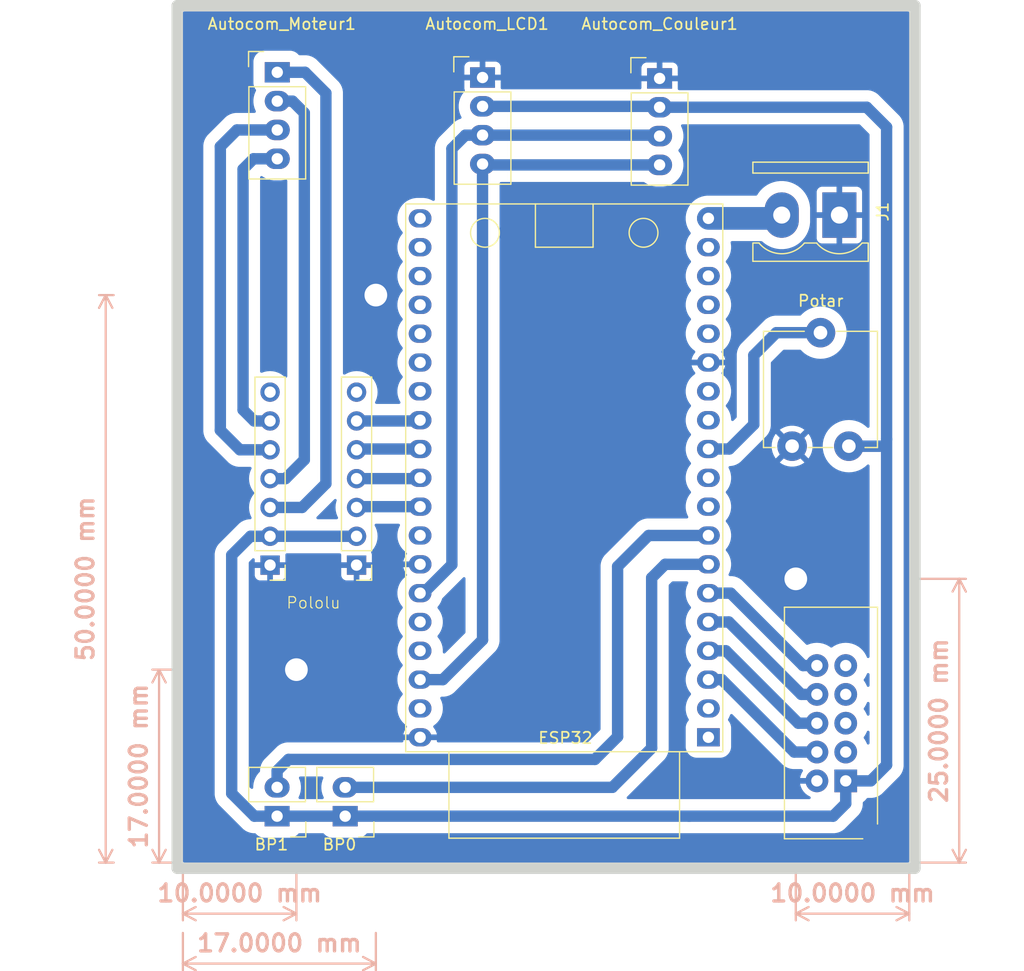
<source format=kicad_pcb>
(kicad_pcb (version 20240108) (generator "pcbnew") (generator_version "8.0")
  (layers (0 "F.Cu" signal) (31 "B.Cu" signal) (34 "B.Paste" user) (35 "F.Paste" user) (36 "B.SilkS" user "B.Silkscreen") (37 "F.SilkS" user "F.Silkscreen") (38 "B.Mask" user) (39 "F.Mask" user) (44 "Edge.Cuts" user))
  (net 0 "")
  (net 1 "Net-(Autocom_Couleur1-Pin_4)")
  (net 2 "Net-(Autocom_Couleur1-Pin_3)")
  (net 3 "3V3")
  (net 4 "GND")
  (net 5 "Net-(Autocom_Moteur1-Pin_4)")
  (net 6 "Net-(Autocom_Moteur1-Pin_1)")
  (net 7 "Net-(Autocom_Moteur1-Pin_3)")
  (net 8 "Net-(Autocom_Moteur1-Pin_2)")
  (net 10 "Net-(ESP32-GPIO27)")
  (net 13 "CNY GE")
  (net 18 "Net-(ESP32-5V)")
  (net 26 "CNY GI")
  (net 27 "CNY DI")
  (net 28 "Hacheur PWM G")
  (net 29 "CNY DE")
  (net 33 "Hacheur G")
  (net 34 "Hacheur PWM D")
  (net 36 "Hacheur D")
  (net 42 "Net-(BP0-Pin_2)")
  (net 46 "Net-(BP1-Pin_2)")
  (footprint "FootprintGamelGe2_v8.0:Autocom4" (layer "F.Cu") (at 121.1 28.03)
    (property "Reference" "Autocom_LCD1" (at 0.4 -4.72 0) (layer "F.SilkS"))
    (property "Value" "~")
    (fp_line (start -2.53 -1.83) (end -1.2 -1.83) (stroke (width 0.12)) (layer "F.SilkS"))
    (fp_line (start -2.53 -0.5) (end -2.53 -1.83) (stroke (width 0.12)) (layer "F.SilkS"))
    (fp_line (start -2.5 1.27) (end -2.5 9.4) (stroke (width 0.12)) (layer "F.SilkS"))
    (fp_line (start -2.5 1.27) (end 2.5 1.27) (stroke (width 0.12)) (layer "F.SilkS"))
    (fp_line (start -2.5 9.4) (end 2.5 9.4) (stroke (width 0.12)) (layer "F.SilkS"))
    (fp_line (start 2.5 1.3) (end 2.5 9.4) (stroke (width 0.12)) (layer "F.SilkS"))
    (pad "1" thru_hole rect (at 0 0) (size 2.2 1.8) (drill 1) (layers "*.Cu" "*.Mask") (net 4 "GND"))
    (pad "2" thru_hole oval (at 0 2.54) (size 2.2 1.8) (drill 1) (layers "*.Cu" "*.Mask") (net 3 "3V3"))
    (pad "3" thru_hole oval (at 0 5.08) (size 2.2 1.8) (drill 1) (layers "*.Cu" "*.Mask") (net 2 "Net-(Autocom_Couleur1-Pin_3)"))
    (pad "4" thru_hole oval (at 0 7.62) (size 2.2 1.8) (drill 1) (layers "*.Cu" "*.Mask") (net 1 "Net-(Autocom_Couleur1-Pin_4)"))
  )
  (footprint "FootprintGamelGe2_v8.0:OmnimateSL-5,08_1x02_P5.08mm_Vertical" (layer "F.Cu") (at 147.46 40.15)
    (property "Reference" "J1" (at 8.9 -0.3 90) (layer "F.SilkS"))
    (property "Value" "Alimentation")
    (fp_line (start -2.54 -4.664) (end 7.62 -4.664) (stroke (width 0.12)) (layer "F.SilkS"))
    (fp_line (start -2.54 -3.7) (end -2.54 -4.664) (stroke (width 0.12)) (layer "F.SilkS"))
    (fp_line (start -2.54 -3.7) (end 7.62 -3.7) (stroke (width 0.12)) (layer "F.SilkS"))
    (fp_line (start -2.54 4.072) (end -2.54 2.4972) (stroke (width 0.12)) (layer "F.SilkS"))
    (fp_line (start -2.54 4.072) (end 7.62 4.072) (stroke (width 0.12)) (layer "F.SilkS"))
    (fp_line (start -2 2.462) (end -2.54 2.462) (stroke (width 0.12)) (layer "F.SilkS"))
    (fp_line (start 2 2.462) (end 3.08 2.462) (stroke (width 0.12)) (layer "F.SilkS"))
    (fp_line (start 7.62 -3.7) (end 7.62 -4.664) (stroke (width 0.12)) (layer "F.SilkS"))
    (fp_line (start 7.62 2.462) (end 7.08 2.462) (stroke (width 0.12)) (layer "F.SilkS"))
    (fp_line (start 7.62 4.072) (end 7.62 2.4972) (stroke (width 0.12)) (layer "F.SilkS"))
    (fp_arc (start 1.986842 2.477821) (mid -0.010289 3.404758) (end -2 2.462) (stroke (width 0.12)) (layer "F.SilkS"))
    (fp_arc (start 7.066842 2.477821) (mid 5.069711 3.404758) (end 3.08 2.462) (stroke (width 0.12)) (layer "F.SilkS"))
    (pad "1" thru_hole rect (at 5.08 0) (size 3 4) (drill 1.5) (layers "*.Cu" "*.Mask") (net 4 "GND"))
    (pad "2" thru_hole oval (at 0 0) (size 3 4) (drill 1.5) (layers "*.Cu" "*.Mask") (net 18 "Net-(ESP32-5V)"))
  )
  (footprint "FootprintGamelGe2_v8.0:Potentiometer_ACP_CA9-V10_Vertical" (layer "F.Cu") (at 153.375 60.51 90)
    (property "Reference" "Potar" (at 12.8 -2.475 0) (layer "F.SilkS"))
    (property "Value" "Rpot" (hide yes))
    (fp_line (start 10.12 -7.521) (end 10.12 -3.925) (stroke (width 0.12)) (layer "F.SilkS"))
    (fp_line (start -0.12 -7.521) (end 10.12 -7.521) (stroke (width 0.12)) (layer "F.SilkS"))
    (fp_line (start -0.12 -7.521) (end -0.12 -6.426) (stroke (width 0.12)) (layer "F.SilkS"))
    (fp_line (start -0.12 -3.574) (end -0.12 -1.425) (stroke (width 0.12)) (layer "F.SilkS"))
    (fp_line (start 10.12 -1.075) (end 10.12 2.52) (stroke (width 0.12)) (layer "F.SilkS"))
    (fp_line (start -0.12 1.425) (end -0.12 2.52) (stroke (width 0.12)) (layer "F.SilkS"))
    (fp_line (start -0.12 2.52) (end 10.12 2.52) (stroke (width 0.12)) (layer "F.SilkS"))
    (pad "1" thru_hole circle (at 0 0 90) (size 2.6 2.6) (drill 1.2) (layers "*.Cu" "*.Mask") (net 3 "3V3"))
    (pad "2" thru_hole circle (at 10 -2.5 90) (size 2.6 2.6) (drill 1.2) (layers "*.Cu" "*.Mask") (net 10 "Net-(ESP32-GPIO27)"))
    (pad "3" thru_hole circle (at 0 -5 90) (size 2.6 2.6) (drill 1.2) (layers "*.Cu" "*.Mask") (net 4 "GND"))
  )
  (footprint "FootprintGamelGe2_v8.0:Autocom4" (layer "F.Cu") (at 103.015 27.57)
    (property "Reference" "Autocom_Moteur1" (at 0.4 -4.26 0) (layer "F.SilkS"))
    (property "Value" "~" (hide yes))
    (fp_line (start -2.53 -1.83) (end -1.2 -1.83) (stroke (width 0.12)) (layer "F.SilkS"))
    (fp_line (start -2.53 -0.5) (end -2.53 -1.83) (stroke (width 0.12)) (layer "F.SilkS"))
    (fp_line (start -2.5 1.27) (end -2.5 9.4) (stroke (width 0.12)) (layer "F.SilkS"))
    (fp_line (start -2.5 1.27) (end 2.5 1.27) (stroke (width 0.12)) (layer "F.SilkS"))
    (fp_line (start -2.5 9.4) (end 2.5 9.4) (stroke (width 0.12)) (layer "F.SilkS"))
    (fp_line (start 2.5 1.3) (end 2.5 9.4) (stroke (width 0.12)) (layer "F.SilkS"))
    (pad "1" thru_hole rect (at 0 0) (size 2.2 1.8) (drill 1) (layers "*.Cu" "*.Mask") (net 6 "Net-(Autocom_Moteur1-Pin_1)"))
    (pad "2" thru_hole oval (at 0 2.54) (size 2.2 1.8) (drill 1) (layers "*.Cu" "*.Mask") (net 8 "Net-(Autocom_Moteur1-Pin_2)"))
    (pad "3" thru_hole oval (at 0 5.08) (size 2.2 1.8) (drill 1) (layers "*.Cu" "*.Mask") (net 7 "Net-(Autocom_Moteur1-Pin_3)"))
    (pad "4" thru_hole oval (at 0 7.62) (size 2.2 1.8) (drill 1) (layers "*.Cu" "*.Mask") (net 5 "Net-(Autocom_Moteur1-Pin_4)"))
  )
  (footprint "FootprintGamelGe2_v8.0:Autocom2" (layer "F.Cu") (at 103 93.11 180)
    (property "Reference" "BP1" (at 0.5 -2.5 0) (layer "F.SilkS"))
    (property "Value" "Autocom2" (hide yes))
    (fp_line (start 2.5 1.27) (end 2.5 4.3) (stroke (width 0.12)) (layer "F.SilkS"))
    (fp_line (start -2.5 4.3) (end 2.5 4.3) (stroke (width 0.12)) (layer "F.SilkS"))
    (fp_line (start -2.5 1.3) (end -2.5 4.3) (stroke (width 0.12)) (layer "F.SilkS"))
    (fp_line (start -2.5 1.27) (end 2.5 1.27) (stroke (width 0.12)) (layer "F.SilkS"))
    (fp_line (start -2.53 -0.5) (end -2.53 -1.83) (stroke (width 0.12)) (layer "F.SilkS"))
    (fp_line (start -2.53 -1.83) (end -1.2 -1.83) (stroke (width 0.12)) (layer "F.SilkS"))
    (pad "1" thru_hole rect (at 0 0 180) (size 2.2 1.8) (drill 1) (layers "*.Cu" "*.Mask") (net 3 "3V3"))
    (pad "2" thru_hole oval (at 0 2.54 180) (size 2.2 1.8) (drill 1) (layers "*.Cu" "*.Mask") (net 46 "Net-(BP1-Pin_2)"))
  )
  (footprint "FootprintGamelGe2_v8.0:HE10_2x05_P2.54mm" (layer "F.Cu") (at 153.1 90 180)
    (property "Reference" "J3" (hide yes))
    (property "Value" "HE10 (provenance)")
    (fp_line (start 5.4 15.3) (end -2.8 15.3) (stroke (width 0.12)) (layer "F.SilkS"))
    (fp_line (start 5.4 -5.1) (end 5.4 15.3) (stroke (width 0.12)) (layer "F.SilkS"))
    (fp_line (start -1.5 -5.1) (end 5.4 -5.1) (stroke (width 0.12)) (layer "F.SilkS"))
    (fp_line (start -2.8 15.3) (end -2.8 -3.8) (stroke (width 0.12)) (layer "F.SilkS"))
    (pad "1" thru_hole rect (at 0 0 180) (size 2 2) (drill 1) (layers "*.Cu" "*.Mask") (net 3 "3V3"))
    (pad "2" thru_hole oval (at 2.54 0 180) (size 2 2) (drill 1) (layers "*.Cu" "*.Mask") (net 4 "GND"))
    (pad "3" thru_hole oval (at 0 2.54 180) (size 2 2) (drill 1) (layers "*.Cu" "*.Mask"))
    (pad "4" thru_hole oval (at 2.54 2.54 180) (size 2 2) (drill 1) (layers "*.Cu" "*.Mask") (net 13 "CNY GE"))
    (pad "5" thru_hole oval (at 0 5.08 180) (size 2 2) (drill 1) (layers "*.Cu" "*.Mask"))
    (pad "6" thru_hole oval (at 2.54 5.08 180) (size 2 2) (drill 1) (layers "*.Cu" "*.Mask") (net 26 "CNY GI"))
    (pad "7" thru_hole oval (at 0 7.62 180) (size 2 2) (drill 1) (layers "*.Cu" "*.Mask"))
    (pad "8" thru_hole oval (at 2.54 7.62 180) (size 2 2) (drill 1) (layers "*.Cu" "*.Mask") (net 27 "CNY DI"))
    (pad "9" thru_hole oval (at 0 10.16 180) (size 2 2) (drill 1) (layers "*.Cu" "*.Mask"))
    (pad "10" thru_hole oval (at 2.54 10.16 180) (size 2 2) (drill 1) (layers "*.Cu" "*.Mask") (net 29 "CNY DE"))
  )
  (footprint "FootprintGamelGe2_v8.0:Pololu_DRV8835" (layer "F.Cu") (at 106.19 63.44 180)
    (property "Reference" "Pololu" (at -0.01 -10.87 0) (layer "F.SilkS") (effects (font (thickness 0.1))))
    (property "Value" "~")
    (fp_line (start 5.14 -6.28) (end 5.14 9.02) (stroke (width 0.12)) (layer "F.SilkS"))
    (fp_line (start 2.48 9.02) (end 5.14 9.02) (stroke (width 0.12)) (layer "F.SilkS"))
    (fp_line (start 2.48 -6.28) (end 5.14 -6.28) (stroke (width 0.12)) (layer "F.SilkS"))
    (fp_line (start 2.48 -6.28) (end 2.48 9.02) (stroke (width 0.12)) (layer "F.SilkS"))
    (fp_line (start 2.48 -7.55) (end 2.48 -8.88) (stroke (width 0.12)) (layer "F.SilkS"))
    (fp_line (start 2.48 -8.88) (end 3.81 -8.88) (stroke (width 0.12)) (layer "F.SilkS"))
    (fp_line (start -2.48 -6.28) (end -2.48 9.02) (stroke (width 0.12)) (layer "F.SilkS"))
    (fp_line (start -5.14 9.02) (end -2.48 9.02) (stroke (width 0.12)) (layer "F.SilkS"))
    (fp_line (start -5.14 -6.28) (end -2.48 -6.28) (stroke (width 0.12)) (layer "F.SilkS"))
    (fp_line (start -5.14 -6.28) (end -5.14 9.02) (stroke (width 0.12)) (layer "F.SilkS"))
    (fp_line (start -5.14 -7.55) (end -5.14 -8.88) (stroke (width 0.12)) (layer "F.SilkS"))
    (fp_line (start -5.14 -8.88) (end -3.81 -8.88) (stroke (width 0.12)) (layer "F.SilkS"))
    (pad "1" thru_hole rect (at -3.81 -7.55 180) (size 1.7 1.7) (drill 1) (layers "*.Cu" "*.Mask") (net 4 "GND"))
    (pad "2" thru_hole oval (at -3.81 -5.01 180) (size 1.7 1.7) (drill 1) (layers "*.Cu" "*.Mask") (net 3 "3V3"))
    (pad "3" thru_hole oval (at -3.81 -2.47 180) (size 1.7 1.7) (drill 1) (layers "*.Cu" "*.Mask") (net 33 "Hacheur G"))
    (pad "4" thru_hole oval (at -3.81 0.07 180) (size 1.7 1.7) (drill 1) (layers "*.Cu" "*.Mask") (net 28 "Hacheur PWM G"))
    (pad "5" thru_hole oval (at -3.81 2.61 180) (size 1.7 1.7) (drill 1) (layers "*.Cu" "*.Mask") (net 36 "Hacheur D"))
    (pad "6" thru_hole oval (at -3.81 5.15 180) (size 1.7 1.7) (drill 1) (layers "*.Cu" "*.Mask") (net 34 "Hacheur PWM D"))
    (pad "7" thru_hole oval (at -3.81 7.69 180) (size 1.7 1.7) (drill 1) (layers "*.Cu" "*.Mask"))
    (pad "8" thru_hole oval (at 3.81 7.69 180) (size 1.7 1.7) (drill 1) (layers "*.Cu" "*.Mask"))
    (pad "9" thru_hole oval (at 3.81 5.15 180) (size 1.7 1.7) (drill 1) (layers "*.Cu" "*.Mask") (net 5 "Net-(Autocom_Moteur1-Pin_4)"))
    (pad "10" thru_hole oval (at 3.81 2.61 180) (size 1.7 1.7) (drill 1) (layers "*.Cu" "*.Mask") (net 7 "Net-(Autocom_Moteur1-Pin_3)"))
    (pad "11" thru_hole oval (at 3.81 0.07 180) (size 1.7 1.7) (drill 1) (layers "*.Cu" "*.Mask") (net 8 "Net-(Autocom_Moteur1-Pin_2)"))
    (pad "12" thru_hole oval (at 3.81 -2.47 180) (size 1.7 1.7) (drill 1) (layers "*.Cu" "*.Mask") (net 6 "Net-(Autocom_Moteur1-Pin_1)"))
    (pad "13" thru_hole oval (at 3.81 -5.01 180) (size 1.7 1.7) (drill 1) (layers "*.Cu" "*.Mask") (net 3 "3V3"))
    (pad "14" thru_hole rect (at 3.81 -7.55 180) (size 1.7 1.7) (drill 1) (layers "*.Cu" "*.Mask") (net 4 "GND"))
  )
  (footprint "FootprintGamelGe2_v8.0:ESP32_Module_38_pins_28mm_Wide" (layer "F.Cu") (at 141 86.16 90)
    (property "Reference" "ESP32" (at -0.06 -12.6 0) (layer "F.SilkS"))
    (property "Value" "~")
    (fp_line (start 46.99 -26.67) (end 46.99 1.27) (stroke (width 0.12)) (layer "F.SilkS"))
    (fp_line (start -1.27 -26.67) (end 46.99 -26.67) (stroke (width 0.12)) (layer "F.SilkS"))
    (fp_line (start -1.27 -22.86) (end -8.89 -22.86) (stroke (width 0.12)) (layer "F.SilkS"))
    (fp_line (start -8.89 -22.86) (end -8.89 -2.54) (stroke (width 0.12)) (layer "F.SilkS"))
    (fp_line (start 46.99 -15.24) (end 43.18 -15.24) (stroke (width 0.12)) (layer "F.SilkS"))
    (fp_line (start 43.18 -15.24) (end 43.18 -10.16) (stroke (width 0.12)) (layer "F.SilkS"))
    (fp_line (start 43.18 -10.16) (end 46.99 -10.16) (stroke (width 0.12)) (layer "F.SilkS"))
    (fp_line (start -8.89 -2.54) (end -1.27 -2.54) (stroke (width 0.12)) (layer "F.SilkS"))
    (fp_line (start 46.99 1.27) (end -1.27 1.27) (stroke (width 0.12)) (layer "F.SilkS"))
    (fp_line (start -1.27 1.27) (end -1.27 -26.67) (stroke (width 0.12)) (layer "F.SilkS"))
    (fp_circle (center 44.45 -19.685) (end 45.72 -19.685) (stroke (width 0.12)) (fill none) (layer "F.SilkS"))
    (fp_circle (center 44.45 -5.715) (end 45.72 -5.715) (stroke (width 0.12)) (fill none) (layer "F.SilkS"))
    (pad "1" thru_hole rect (at 0 0 90) (size 1.6 2) (drill 1) (layers "*.Cu" "*.Mask") (net 3 "3V3"))
    (pad "2" thru_hole oval (at 2.54 0 90) (size 1.6 2) (drill 1) (layers "*.Cu" "*.Mask"))
    (pad "3" thru_hole oval (at 5.08 0 90) (size 1.6 2) (drill 1) (layers "*.Cu" "*.Mask") (net 13 "CNY GE"))
    (pad "4" thru_hole oval (at 7.62 0 90) (size 1.6 2) (drill 1) (layers "*.Cu" "*.Mask") (net 26 "CNY GI"))
    (pad "5" thru_hole oval (at 10.16 0 90) (size 1.6 2) (drill 1) (layers "*.Cu" "*.Mask") (net 27 "CNY DI"))
    (pad "6" thru_hole oval (at 12.7 0 90) (size 1.6 2) (drill 1) (layers "*.Cu" "*.Mask") (net 29 "CNY DE"))
    (pad "7" thru_hole oval (at 15.24 0 90) (size 1.6 2) (drill 1) (layers "*.Cu" "*.Mask") (net 42 "Net-(BP0-Pin_2)"))
    (pad "8" thru_hole oval (at 17.78 0 90) (size 1.6 2) (drill 1) (layers "*.Cu" "*.Mask") (net 46 "Net-(BP1-Pin_2)"))
    (pad "9" thru_hole oval (at 20.32 0 90) (size 1.6 2) (drill 1) (layers "*.Cu" "*.Mask"))
    (pad "10" thru_hole oval (at 22.86 0 90) (size 1.6 2) (drill 1) (layers "*.Cu" "*.Mask"))
    (pad "11" thru_hole oval (at 25.4 0 90) (size 1.6 2) (drill 1) (layers "*.Cu" "*.Mask") (net 10 "Net-(ESP32-GPIO27)"))
    (pad "12" thru_hole oval (at 27.94 0 90) (size 1.6 2) (drill 1) (layers "*.Cu" "*.Mask"))
    (pad "13" thru_hole oval (at 30.48 0 90) (size 1.6 2) (drill 1) (layers "*.Cu" "*.Mask"))
    (pad "14" thru_hole oval (at 33.02 0 90) (size 1.6 2) (drill 1) (layers "*.Cu" "*.Mask") (net 4 "GND"))
    (pad "15" thru_hole oval (at 35.56 0 90) (size 1.6 2) (drill 1) (layers "*.Cu" "*.Mask"))
    (pad "16" thru_hole oval (at 38.1 0 90) (size 1.6 2) (drill 1) (layers "*.Cu" "*.Mask"))
    (pad "17" thru_hole oval (at 40.64 0 90) (size 1.6 2) (drill 1) (layers "*.Cu" "*.Mask"))
    (pad "18" thru_hole oval (at 43.18 0 90) (size 1.6 2) (drill 1) (layers "*.Cu" "*.Mask"))
    (pad "19" thru_hole oval (at 45.72 0 90) (size 1.6 2) (drill 1) (layers "*.Cu" "*.Mask") (net 18 "Net-(ESP32-5V)"))
    (pad "20" thru_hole oval (at 45.72 -25.4 90) (size 1.6 2) (drill 1) (layers "*.Cu" "*.Mask"))
    (pad "21" thru_hole oval (at 43.18 -25.4 90) (size 1.6 2) (drill 1) (layers "*.Cu" "*.Mask"))
    (pad "22" thru_hole oval (at 40.64 -25.4 90) (size 1.6 2) (drill 1) (layers "*.Cu" "*.Mask"))
    (pad "23" thru_hole oval (at 38.1 -25.4 90) (size 1.6 2) (drill 1) (layers "*.Cu" "*.Mask"))
    (pad "24" thru_hole oval (at 35.56 -25.4 90) (size 1.6 2) (drill 1) (layers "*.Cu" "*.Mask"))
    (pad "25" thru_hole oval (at 33.02 -25.4 90) (size 1.6 2) (drill 1) (layers "*.Cu" "*.Mask"))
    (pad "26" thru_hole oval (at 30.48 -25.4 90) (size 1.6 2) (drill 1) (layers "*.Cu" "*.Mask"))
    (pad "27" thru_hole oval (at 27.94 -25.4 90) (size 1.6 2) (drill 1) (layers "*.Cu" "*.Mask") (net 34 "Hacheur PWM D"))
    (pad "28" thru_hole oval (at 25.4 -25.4 90) (size 1.6 2) (drill 1) (layers "*.Cu" "*.Mask") (net 36 "Hacheur D"))
    (pad "29" thru_hole oval (at 22.86 -25.4 90) (size 1.6 2) (drill 1) (layers "*.Cu" "*.Mask") (net 28 "Hacheur PWM G"))
    (pad "30" thru_hole oval (at 20.32 -25.4 90) (size 1.6 2) (drill 1) (layers "*.Cu" "*.Mask") (net 33 "Hacheur G"))
    (pad "31" thru_hole oval (at 17.78 -25.4 90) (size 1.6 2) (drill 1) (layers "*.Cu" "*.Mask"))
    (pad "32" thru_hole oval (at 15.24 -25.4 90) (size 1.6 2) (drill 1) (layers "*.Cu" "*.Mask") (net 4 "GND"))
    (pad "33" thru_hole oval (at 12.7 -25.4 90) (size 1.6 2) (drill 1) (layers "*.Cu" "*.Mask") (net 2 "Net-(Autocom_Couleur1-Pin_3)"))
    (pad "34" thru_hole oval (at 10.16 -25.4 90) (size 1.6 2) (drill 1) (layers "*.Cu" "*.Mask"))
    (pad "35" thru_hole oval (at 7.62 -25.4 90) (size 1.6 2) (drill 1) (layers "*.Cu" "*.Mask"))
    (pad "36" thru_hole oval (at 5.08 -25.4 90) (size 1.6 2) (drill 1) (layers "*.Cu" "*.Mask") (net 1 "Net-(Autocom_Couleur1-Pin_4)"))
    (pad "37" thru_hole oval (at 2.54 -25.4 90) (size 1.6 2) (drill 1) (layers "*.Cu" "*.Mask"))
    (pad "38" thru_hole oval (at 0 -25.4 90) (size 1.6 2) (drill 1) (layers "*.Cu" "*.Mask") (net 4 "GND"))
  )
  (footprint "FootprintGamelGe2_v8.0:Autocom2" (layer "F.Cu") (at 109 93.11 180)
    (property "Reference" "BP0" (at 0.5 -2.5 0) (layer "F.SilkS"))
    (property "Value" "Autocom2" (hide yes))
    (fp_line (start 2.5 1.27) (end 2.5 4.3) (stroke (width 0.12)) (layer "F.SilkS"))
    (fp_line (start -2.5 4.3) (end 2.5 4.3) (stroke (width 0.12)) (layer "F.SilkS"))
    (fp_line (start -2.5 1.3) (end -2.5 4.3) (stroke (width 0.12)) (layer "F.SilkS"))
    (fp_line (start -2.5 1.27) (end 2.5 1.27) (stroke (width 0.12)) (layer "F.SilkS"))
    (fp_line (start -2.53 -0.5) (end -2.53 -1.83) (stroke (width 0.12)) (layer "F.SilkS"))
    (fp_line (start -2.53 -1.83) (end -1.2 -1.83) (stroke (width 0.12)) (layer "F.SilkS"))
    (pad "1" thru_hole rect (at 0 0 180) (size 2.2 1.8) (drill 1) (layers "*.Cu" "*.Mask") (net 3 "3V3"))
    (pad "2" thru_hole oval (at 0 2.54 180) (size 2.2 1.8) (drill 1) (layers "*.Cu" "*.Mask") (net 42 "Net-(BP0-Pin_2)"))
  )
  (footprint "FootprintGamelGe2_v8.0:Autocom4" (layer "F.Cu") (at 136.7 28.11)
    (property "Reference" "Autocom_Couleur1" (at 0 -4.8 0) (layer "F.SilkS"))
    (property "Value" "~" (hide yes))
    (fp_line (start -2.53 -1.83) (end -1.2 -1.83) (stroke (width 0.12)) (layer "F.SilkS"))
    (fp_line (start -2.53 -0.5) (end -2.53 -1.83) (stroke (width 0.12)) (layer "F.SilkS"))
    (fp_line (start -2.5 1.27) (end -2.5 9.4) (stroke (width 0.12)) (layer "F.SilkS"))
    (fp_line (start -2.5 1.27) (end 2.5 1.27) (stroke (width 0.12)) (layer "F.SilkS"))
    (fp_line (start -2.5 9.4) (end 2.5 9.4) (stroke (width 0.12)) (layer "F.SilkS"))
    (fp_line (start 2.5 1.3) (end 2.5 9.4) (stroke (width 0.12)) (layer "F.SilkS"))
    (pad "1" thru_hole rect (at 0 0) (size 2.2 1.8) (drill 1) (layers "*.Cu" "*.Mask") (net 4 "GND"))
    (pad "2" thru_hole oval (at 0 2.54) (size 2.2 1.8) (drill 1) (layers "*.Cu" "*.Mask") (net 3 "3V3"))
    (pad "3" thru_hole oval (at 0 5.08) (size 2.2 1.8) (drill 1) (layers "*.Cu" "*.Mask") (net 2 "Net-(Autocom_Couleur1-Pin_3)"))
    (pad "4" thru_hole oval (at 0 7.62) (size 2.2 1.8) (drill 1) (layers "*.Cu" "*.Mask") (net 1 "Net-(Autocom_Couleur1-Pin_4)"))
  )
  (gr_line (start 94.2 21.7) (end 94.2 97.7) (stroke (width 1)) (layer "Edge.Cuts"))
  (gr_line (start 94.2 21.7) (end 159.2 21.7) (stroke (width 1)) (layer "Edge.Cuts"))
  (gr_line (start 159.2 21.7) (end 159.2 97.7) (stroke (width 1)) (layer "Edge.Cuts"))
  (gr_line (start 94.2 97.7) (end 159.2 97.7) (stroke (width 1)) (layer "Edge.Cuts"))
  (dimension (type aligned) (layer "B.SilkS") (pts (xy 158.7 97.2) (xy 158.7 72.2)) (height 4.4) (gr_text "25,0000 mm" (at 161.3 84.7 90) (layer "B.SilkS") (effects (font (size 1.5 1.5) (thickness 0.3)))) (format (prefix "") (suffix "") (units 3) (units_format 1) (precision 4)) (style (thickness 0.2) (arrow_length 1.27) (text_position_mode 0) (extension_height 0.58642) (extension_offset 0.5) keep_text_aligned))
  (dimension (type aligned) (layer "B.SilkS") (pts (xy 89.1 97.2) (xy 89.1 47.2)) (height -1.2) (gr_text "50,0000 mm" (at 86.1 72.2 90) (layer "B.SilkS") (effects (font (size 1.5 1.5) (thickness 0.3)))) (format (prefix "") (suffix "") (units 3) (units_format 1) (precision 4)) (style (thickness 0.2) (arrow_length 1.27) (text_position_mode 0) (extension_height 0.58642) (extension_offset 0.5) keep_text_aligned))
  (dimension (type aligned) (layer "B.SilkS") (pts (xy 94.7 97.2) (xy 104.7 97.2)) (height 4.5) (gr_text "10,0000 mm" (at 99.7 99.9 0) (layer "B.SilkS") (effects (font (size 1.5 1.5) (thickness 0.3)))) (format (prefix "") (suffix "") (units 3) (units_format 1) (precision 4)) (style (thickness 0.2) (arrow_length 1.27) (text_position_mode 0) (extension_height 0.58642) (extension_offset 0.5) keep_text_aligned))
  (dimension (type aligned) (layer "B.SilkS") (pts (xy 158.7 97.2) (xy 148.7 97.2)) (height -4.5) (gr_text "10,0000 mm" (at 153.7 99.9 0) (layer "B.SilkS") (effects (font (size 1.5 1.5) (thickness 0.3)))) (format (prefix "") (suffix "") (units 3) (units_format 1) (precision 4)) (style (thickness 0.2) (arrow_length 1.27) (text_position_mode 0) (extension_height 0.58642) (extension_offset 0.5) keep_text_aligned))
  (dimension (type aligned) (layer "B.SilkS") (pts (xy 94.7 102.9) (xy 111.7 102.9)) (height 3.2) (gr_text "17,0000 mm" (at 103.2 104.3 0) (layer "B.SilkS") (effects (font (size 1.5 1.5) (thickness 0.3)))) (format (prefix "") (suffix "") (units 3) (units_format 1) (precision 4)) (style (thickness 0.2) (arrow_length 1.27) (text_position_mode 0) (extension_height 0.58642) (extension_offset 0.5) keep_text_aligned))
  (dimension (type aligned) (layer "B.SilkS") (pts (xy 94.7 97.2) (xy 94.7 80.2)) (height -2.1) (gr_text "17,0000 mm" (at 90.8 88.7 90) (layer "B.SilkS") (effects (font (size 1.5 1.5) (thickness 0.3)))) (format (prefix "") (suffix "") (units 3) (units_format 1) (precision 4)) (style (thickness 0.2) (arrow_length 1.27) (text_position_mode 0) (extension_height 0.58642) (extension_offset 0.5) keep_text_aligned))
  (segment (start 121.18 35.73) (end 121.1 35.65) (width 1) (layer "B.Cu") (net 1))
  (segment (start 121.1 35.65) (end 121.1 77.58) (width 1) (layer "B.Cu") (net 1))
  (segment (start 136.7 35.73) (end 121.18 35.73) (width 1) (layer "B.Cu") (net 1))
  (segment (start 136.62 35.65) (end 136.7 35.73) (width 1) (layer "B.Cu") (net 1))
  (segment (start 117.6 81.08) (end 115.6 81.08) (width 1) (layer "B.Cu") (net 1))
  (segment (start 121.1 77.58) (end 117.6 81.08) (width 1) (layer "B.Cu") (net 1))
  (segment (start 115.6 73.46) (end 115.888427 73.46) (width 1) (layer "B.Cu") (net 2))
  (segment (start 119.59 33.11) (end 121.1 33.11) (width 1) (layer "B.Cu") (net 2))
  (segment (start 115.888427 73.46) (end 118.4 70.948427) (width 1) (layer "B.Cu") (net 2))
  (segment (start 121.18 33.19) (end 121.1 33.11) (width 1) (layer "B.Cu") (net 2))
  (segment (start 118.4 70.948427) (end 118.4 34.3) (width 1) (layer "B.Cu") (net 2))
  (segment (start 118.4 34.3) (end 119.59 33.11) (width 1) (layer "B.Cu") (net 2))
  (segment (start 121.1 33.11) (end 136.62 33.11) (width 1) (layer "B.Cu") (net 2))
  (segment (start 136.62 33.11) (end 136.7 33.19) (width 1) (layer "B.Cu") (net 2))
  (segment (start 156.7 88.6) (end 155.3 90) (width 1) (layer "B.Cu") (net 3))
  (segment (start 102.38 68.45) (end 100.66 68.45) (width 1) (layer "B.Cu") (net 3))
  (segment (start 101 93.11) (end 99 91.11) (width 1) (layer "B.Cu") (net 3))
  (segment (start 136.62 30.57) (end 136.7 30.65) (width 1) (layer "B.Cu") (net 3))
  (segment (start 121.18 30.65) (end 121.1 30.57) (width 1) (layer "B.Cu") (net 3))
  (segment (start 110 68.45) (end 102.38 68.45) (width 1) (layer "B.Cu") (net 3))
  (segment (start 99 91.11) (end 99 70.11) (width 1) (layer "B.Cu") (net 3))
  (segment (start 109 93.11) (end 103 93.11) (width 1) (layer "B.Cu") (net 3))
  (segment (start 103 93.11) (end 101 93.11) (width 1) (layer "B.Cu") (net 3))
  (segment (start 139.3 93.11) (end 109 93.11) (width 1) (layer "B.Cu") (net 3))
  (segment (start 151.99 93.11) (end 153.1 92) (width 1) (layer "B.Cu") (net 3))
  (segment (start 136.7 30.65) (end 154.95 30.65) (width 1) (layer "B.Cu") (net 3))
  (segment (start 121.1 30.57) (end 136.62 30.57) (width 1) (layer "B.Cu") (net 3))
  (segment (start 153.1 92) (end 153.1 90) (width 1) (layer "B.Cu") (net 3))
  (segment (start 156.7 59.9) (end 156.7 88.6) (width 1) (layer "B.Cu") (net 3))
  (segment (start 139.3 93.11) (end 151.99 93.11) (width 1) (layer "B.Cu") (net 3))
  (segment (start 156.09 60.51) (end 153.375 60.51) (width 1) (layer "B.Cu") (net 3))
  (segment (start 156.7 32.4) (end 156.7 59.9) (width 1) (layer "B.Cu") (net 3))
  (segment (start 155.3 90) (end 153.1 90) (width 1) (layer "B.Cu") (net 3))
  (segment (start 153.375 60.51) (end 156.11 60.51) (width 1) (layer "B.Cu") (net 3))
  (segment (start 100.66 68.45) (end 99 70.11) (width 1) (layer "B.Cu") (net 3))
  (segment (start 154.95 30.65) (end 156.7 32.4) (width 1) (layer "B.Cu") (net 3))
  (via (at 111.7 47.2) (size 3) (drill 2) (layers "F.Cu" "B.Cu") (net 4))
  (via (at 104.7 80.2) (size 3) (drill 2) (layers "F.Cu" "B.Cu") (net 4))
  (via (at 148.7 72.2) (size 3) (drill 2) (layers "F.Cu" "B.Cu") (net 4))
  (segment (start 100 57.31) (end 100 36.11) (width 1) (layer "B.Cu") (net 5))
  (segment (start 100 36.11) (end 100.92 35.19) (width 1) (layer "B.Cu") (net 5))
  (segment (start 102.38 58.29) (end 100.98 58.29) (width 1) (layer "B.Cu") (net 5))
  (segment (start 100.92 35.19) (end 103.015 35.19) (width 1) (layer "B.Cu") (net 5))
  (segment (start 100.98 58.29) (end 100 57.31) (width 1) (layer "B.Cu") (net 5))
  (segment (start 102.38 65.91) (end 105.2 65.91) (width 1) (layer "B.Cu") (net 6))
  (segment (start 105.46 27.57) (end 103.015 27.57) (width 1) (layer "B.Cu") (net 6))
  (segment (start 107.3 29.41) (end 105.46 27.57) (width 1) (layer "B.Cu") (net 6))
  (segment (start 105.2 65.91) (end 107.3 63.81) (width 1) (layer "B.Cu") (net 6))
  (segment (start 107.3 63.81) (end 107.3 29.41) (width 1) (layer "B.Cu") (net 6))
  (segment (start 98 34.11) (end 98 59.11) (width 1) (layer "B.Cu") (net 7))
  (segment (start 99.46 32.65) (end 98 34.11) (width 1) (layer "B.Cu") (net 7))
  (segment (start 102.38 60.83) (end 99.72 60.83) (width 1) (layer "B.Cu") (net 7))
  (segment (start 98 59.11) (end 99.72 60.83) (width 1) (layer "B.Cu") (net 7))
  (segment (start 103.015 32.65) (end 99.46 32.65) (width 1) (layer "B.Cu") (net 7))
  (segment (start 105.4 61.71) (end 103.74 63.37) (width 1) (layer "B.Cu") (net 8))
  (segment (start 103.74 63.37) (end 102.38 63.37) (width 1) (layer "B.Cu") (net 8))
  (segment (start 104.355 30.11) (end 105.4 31.155) (width 1) (layer "B.Cu") (net 8))
  (segment (start 105.4 31.155) (end 105.4 61.71) (width 1) (layer "B.Cu") (net 8))
  (segment (start 103.015 30.11) (end 104.355 30.11) (width 1) (layer "B.Cu") (net 8))
  (segment (start 145 58.6) (end 142.84 60.76) (width 1) (layer "B.Cu") (net 10))
  (segment (start 145 52.5) (end 145 58.6) (width 1) (layer "B.Cu") (net 10))
  (segment (start 146.99 50.51) (end 145 52.5) (width 1) (layer "B.Cu") (net 10))
  (segment (start 142.84 60.76) (end 141 60.76) (width 1) (layer "B.Cu") (net 10))
  (segment (start 150.875 50.51) (end 146.99 50.51) (width 1) (layer "B.Cu") (net 10))
  (segment (start 141 81.08) (end 142.18 81.08) (width 1) (layer "B.Cu") (net 13))
  (segment (start 142.18 81.08) (end 148.56 87.46) (width 1) (layer "B.Cu") (net 13))
  (segment (start 148.56 87.46) (end 150.56 87.46) (width 1) (layer "B.Cu") (net 13))
  (segment (start 147.17 40.44) (end 147.46 40.15) (width 2) (layer "B.Cu") (net 18))
  (segment (start 141 40.44) (end 147.17 40.44) (width 2) (layer "B.Cu") (net 18))
  (segment (start 142.54 78.54) (end 141 78.54) (width 1) (layer "B.Cu") (net 26))
  (segment (start 150.56 84.92) (end 148.92 84.92) (width 1) (layer "B.Cu") (net 26))
  (segment (start 148.92 84.92) (end 142.54 78.54) (width 1) (layer "B.Cu") (net 26))
  (segment (start 149.18 82.38) (end 150.56 82.38) (width 1) (layer "B.Cu") (net 27))
  (segment (start 141 76) (end 142.8 76) (width 1) (layer "B.Cu") (net 27))
  (segment (start 142.8 76) (end 149.18 82.38) (width 1) (layer "B.Cu") (net 27))
  (segment (start 110 63.37) (end 115.53 63.37) (width 1) (layer "B.Cu") (net 28))
  (segment (start 115.53 63.37) (end 115.6 63.3) (width 1) (layer "B.Cu") (net 28))
  (segment (start 110.07 63.3) (end 110 63.37) (width 1) (layer "B.Cu") (net 28))
  (segment (start 142.96 73.46) (end 149.34 79.84) (width 1) (layer "B.Cu") (net 29))
  (segment (start 141 73.46) (end 142.96 73.46) (width 1) (layer "B.Cu") (net 29))
  (segment (start 149.34 79.84) (end 150.56 79.84) (width 1) (layer "B.Cu") (net 29))
  (segment (start 110.07 65.84) (end 110 65.91) (width 1) (layer "B.Cu") (net 33))
  (segment (start 115.6 65.84) (end 110.07 65.84) (width 1) (layer "B.Cu") (net 33))
  (segment (start 109.87 65.84) (end 109.8 65.91) (width 1) (layer "B.Cu") (net 33))
  (segment (start 110 58.29) (end 115.53 58.29) (width 1) (layer "B.Cu") (net 34))
  (segment (start 109.87 58.22) (end 109.8 58.29) (width 1) (layer "B.Cu") (net 34))
  (segment (start 115.53 58.29) (end 115.6 58.22) (width 1) (layer "B.Cu") (net 34))
  (segment (start 115.6 60.76) (end 110.07 60.76) (width 1) (layer "B.Cu") (net 36))
  (segment (start 109.87 60.76) (end 109.8 60.83) (width 1) (layer "B.Cu") (net 36))
  (segment (start 110.07 60.76) (end 110 60.83) (width 1) (layer "B.Cu") (net 36))
  (segment (start 132.54 90.57) (end 136 87.11) (width 1) (layer "B.Cu") (net 42))
  (segment (start 109 90.57) (end 132.54 90.57) (width 1) (layer "B.Cu") (net 42))
  (segment (start 136 87.11) (end 136 72.11) (width 1) (layer "B.Cu") (net 42))
  (segment (start 136 72.11) (end 137.19 70.92) (width 1) (layer "B.Cu") (net 42))
  (segment (start 137.19 70.92) (end 141 70.92) (width 1) (layer "B.Cu") (net 42))
  (segment (start 104 88.11) (end 131 88.11) (width 1) (layer "B.Cu") (net 46))
  (segment (start 133 86.11) (end 133 71.11) (width 1) (layer "B.Cu") (net 46))
  (segment (start 131 88.11) (end 133 86.11) (width 1) (layer "B.Cu") (net 46))
  (segment (start 103 90.57) (end 103 89.11) (width 1) (layer "B.Cu") (net 46))
  (segment (start 133 71.11) (end 135.73 68.38) (width 1) (layer "B.Cu") (net 46))
  (segment (start 135.73 68.38) (end 141 68.38) (width 1) (layer "B.Cu") (net 46))
  (segment (start 103 89.11) (end 104 88.11) (width 1) (layer "B.Cu") (net 46))
  (zone (net 4) (net_name "GND") (layer "B.Cu") (connect_pads (clearance 1)) (min_thickness 0.25) (fill yes (thermal_gap 0.5) (thermal_bridge_width 0.5) (island_removal_mode 1) (island_area_min 10))
    (polygon (pts (xy 94.7 22.2) (xy 158.7 22.2) (xy 158.7 97.2) (xy 94.7 97.2)))
  )
)
</source>
